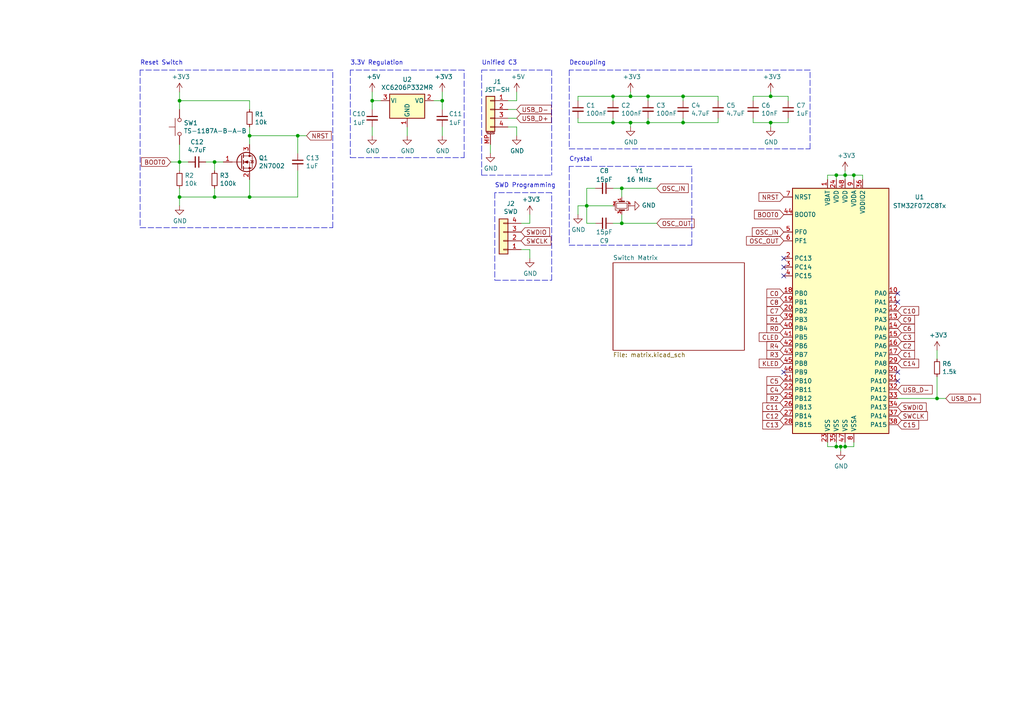
<source format=kicad_sch>
(kicad_sch (version 20211123) (generator eeschema)
  (paper "A4")
  (title_block (title "Akihabara 65") (date "2021-12-31") (rev "0.3") (company "Takahashi Kanako"))
  (lib_symbols
    (symbol "Connector_Generic:Conn_01x04" (pin_names (offset 1.016) hide)
      (property "Reference" "J" (at 0 5.08 0))
      (property "Value" "Conn_01x04" (at 0 -7.62 0))
      (symbol "Conn_01x04_1_1"
        (rectangle (start -1.27 -4.953) (end 0 -5.207) (stroke (width 0.1524)))
        (rectangle (start -1.27 -2.413) (end 0 -2.667) (stroke (width 0.1524)))
        (rectangle (start -1.27 0.127) (end 0 -0.127) (stroke (width 0.1524)))
        (rectangle (start -1.27 2.667) (end 0 2.413) (stroke (width 0.1524)))
        (rectangle (start -1.27 3.81) (end 1.27 -6.35) (stroke (width 0.254)) (fill (type background)))
        (pin passive line (at -5.08 2.54 0) (length 3.81) (name "Pin_1") (number "1"))
        (pin passive line (at -5.08 0 0) (length 3.81) (name "Pin_2") (number "2"))
        (pin passive line (at -5.08 -2.54 0) (length 3.81) (name "Pin_3") (number "3"))
        (pin passive line (at -5.08 -5.08 0) (length 3.81) (name "Pin_4") (number "4"))
      )
    )
    (symbol "Connector_Generic_MountingPin:Conn_01x04_MountingPin" (pin_names (offset 1.016) hide)
      (property "Reference" "J" (at 0 5.08 0))
      (property "Value" "Conn_01x04_MountingPin" (at 1.27 -7.62 0))
      (symbol "Conn_01x04_MountingPin_1_1"
        (rectangle (start -1.27 -4.953) (end 0 -5.207) (stroke (width 0.1524)))
        (rectangle (start -1.27 -2.413) (end 0 -2.667) (stroke (width 0.1524)))
        (rectangle (start -1.27 0.127) (end 0 -0.127) (stroke (width 0.1524)))
        (rectangle (start -1.27 2.667) (end 0 2.413) (stroke (width 0.1524)))
        (rectangle (start -1.27 3.81) (end 1.27 -6.35) (stroke (width 0.254)) (fill (type background)))
        (polyline (pts (xy -1.016 -7.112) (xy 1.016 -7.112)) (stroke (width 0.1524)))
        (text "Mounting" (at 0 -6.731 0) (effects (font (size 0.381 0.381))))
        (pin passive line (at -5.08 2.54 0) (length 3.81) (name "Pin_1") (number "1"))
        (pin passive line (at -5.08 0 0) (length 3.81) (name "Pin_2") (number "2"))
        (pin passive line (at -5.08 -2.54 0) (length 3.81) (name "Pin_3") (number "3"))
        (pin passive line (at -5.08 -5.08 0) (length 3.81) (name "Pin_4") (number "4"))
        (pin passive line (at 0 -10.16 90) (length 3.048) (name "MountPin") (number "MP"))
      )
    )
    (symbol "Device:C_Small" (pin_numbers hide) (pin_names (offset 0.254) hide)
      (property "Reference" "C" (at 0.254 1.778 0))
      (property "Value" "C_Small" (at 0.254 -2.032 0))
      (symbol "C_Small_0_1"
        (polyline (pts (xy -1.524 -0.508) (xy 1.524 -0.508)) (stroke (width 0.3302)))
        (polyline (pts (xy -1.524 0.508) (xy 1.524 0.508)) (stroke (width 0.3048)))
      )
      (symbol "C_Small_1_1"
        (pin passive line (at 0 2.54 270) (length 2.032) (name "~") (number "1"))
        (pin passive line (at 0 -2.54 90) (length 2.032) (name "~") (number "2"))
      )
    )
    (symbol "Device:Crystal_GND24_Small" (pin_names (offset 1.016) hide)
      (property "Reference" "Y" (at 1.27 4.445 0))
      (property "Value" "Crystal_GND24_Small" (at 1.27 2.54 0))
      (symbol "Crystal_GND24_Small_0_1"
        (rectangle (start -0.762 -1.524) (end 0.762 1.524))
        (polyline (pts (xy -1.27 -0.762) (xy -1.27 0.762)) (stroke (width 0.381)))
        (polyline (pts (xy 1.27 -0.762) (xy 1.27 0.762)) (stroke (width 0.381)))
        (polyline (pts (xy -1.27 -1.27) (xy -1.27 -1.905) (xy 1.27 -1.905) (xy 1.27 -1.27)))
        (polyline (pts (xy -1.27 1.27) (xy -1.27 1.905) (xy 1.27 1.905) (xy 1.27 1.27)))
      )
      (symbol "Crystal_GND24_Small_1_1"
        (pin passive line (at -2.54 0 0) (length 1.27) (name "1") (number "1"))
        (pin passive line (at 0 -2.54 90) (length 0.635) (name "2") (number "2"))
        (pin passive line (at 2.54 0 180) (length 1.27) (name "3") (number "3"))
        (pin passive line (at 0 2.54 270) (length 0.635) (name "4") (number "4"))
      )
    )
    (symbol "Device:Q_NMOS_GSD" (pin_names (offset 0) hide)
      (property "Reference" "Q" (at 5.08 1.27 0))
      (property "Value" "Q_NMOS_GSD" (at 5.08 -1.27 0))
      (symbol "Q_NMOS_GSD_0_1"
        (polyline (pts (xy 0.254 0) (xy -2.54 0)))
        (polyline (pts (xy 0.254 1.905) (xy 0.254 -1.905)) (stroke (width 0.254)))
        (polyline (pts (xy 0.762 -1.27) (xy 0.762 -2.286)) (stroke (width 0.254)))
        (polyline (pts (xy 0.762 0.508) (xy 0.762 -0.508)) (stroke (width 0.254)))
        (polyline (pts (xy 0.762 2.286) (xy 0.762 1.27)) (stroke (width 0.254)))
        (polyline (pts (xy 2.54 2.54) (xy 2.54 1.778)))
        (polyline (pts (xy 2.54 -2.54) (xy 2.54 0) (xy 0.762 0)))
        (polyline (pts (xy 0.762 -1.778) (xy 3.302 -1.778) (xy 3.302 1.778) (xy 0.762 1.778)))
        (polyline (pts (xy 1.016 0) (xy 2.032 0.381) (xy 2.032 -0.381) (xy 1.016 0)) (fill (type outline)))
        (polyline (pts (xy 2.794 0.508) (xy 2.921 0.381) (xy 3.683 0.381) (xy 3.81 0.254)))
        (polyline (pts (xy 3.302 0.381) (xy 2.921 -0.254) (xy 3.683 -0.254) (xy 3.302 0.381)))
        (circle (center 1.651 0) (radius 2.794) (stroke (width 0.254)))
        (circle (center 2.54 -1.778) (radius 0.254) (fill (type outline)))
        (circle (center 2.54 1.778) (radius 0.254) (fill (type outline)))
      )
      (symbol "Q_NMOS_GSD_1_1"
        (pin input line (at -5.08 0 0) (length 2.54) (name "G") (number "1"))
        (pin passive line (at 2.54 -5.08 90) (length 2.54) (name "S") (number "2"))
        (pin passive line (at 2.54 5.08 270) (length 2.54) (name "D") (number "3"))
      )
    )
    (symbol "Device:R_Small" (pin_numbers hide) (pin_names (offset 0.254) hide)
      (property "Reference" "R" (at 0.762 0.508 0))
      (property "Value" "R_Small" (at 0.762 -1.016 0))
      (symbol "R_Small_0_1"
        (rectangle (start -0.762 1.778) (end 0.762 -1.778) (stroke (width 0.2032)))
      )
      (symbol "R_Small_1_1"
        (pin passive line (at 0 2.54 270) (length 0.762) (name "~") (number "1"))
        (pin passive line (at 0 -2.54 90) (length 0.762) (name "~") (number "2"))
      )
    )
    (symbol "MCU_ST_STM32F0:STM32F072C8Tx"
      (property "Reference" "U" (at -15.24 36.83 0))
      (property "Value" "STM32F072C8Tx" (at 7.62 36.83 0))
      (symbol "STM32F072C8Tx_0_1"
        (rectangle (start -15.24 -35.56) (end 12.7 35.56) (stroke (width 0.254)) (fill (type background)))
      )
      (symbol "STM32F072C8Tx_1_1"
        (pin power_in line (at -5.08 38.1 270) (length 2.54) (name "VBAT") (number "1"))
        (pin bidirectional line (at 15.24 5.08 180) (length 2.54) (name "PA0") (number "10"))
        (pin bidirectional line (at 15.24 2.54 180) (length 2.54) (name "PA1") (number "11"))
        (pin bidirectional line (at 15.24 0 180) (length 2.54) (name "PA2") (number "12"))
        (pin bidirectional line (at 15.24 -2.54 180) (length 2.54) (name "PA3") (number "13"))
        (pin bidirectional line (at 15.24 -5.08 180) (length 2.54) (name "PA4") (number "14"))
        (pin bidirectional line (at 15.24 -7.62 180) (length 2.54) (name "PA5") (number "15"))
        (pin bidirectional line (at 15.24 -10.16 180) (length 2.54) (name "PA6") (number "16"))
        (pin bidirectional line (at 15.24 -12.7 180) (length 2.54) (name "PA7") (number "17"))
        (pin bidirectional line (at -17.78 5.08 0) (length 2.54) (name "PB0") (number "18"))
        (pin bidirectional line (at -17.78 2.54 0) (length 2.54) (name "PB1") (number "19"))
        (pin bidirectional line (at -17.78 15.24 0) (length 2.54) (name "PC13") (number "2"))
        (pin bidirectional line (at -17.78 0 0) (length 2.54) (name "PB2") (number "20"))
        (pin bidirectional line (at -17.78 -20.32 0) (length 2.54) (name "PB10") (number "21"))
        (pin bidirectional line (at -17.78 -22.86 0) (length 2.54) (name "PB11") (number "22"))
        (pin power_in line (at -5.08 -38.1 90) (length 2.54) (name "VSS") (number "23"))
        (pin power_in line (at -2.54 38.1 270) (length 2.54) (name "VDD") (number "24"))
        (pin bidirectional line (at -17.78 -25.4 0) (length 2.54) (name "PB12") (number "25"))
        (pin bidirectional line (at -17.78 -27.94 0) (length 2.54) (name "PB13") (number "26"))
        (pin bidirectional line (at -17.78 -30.48 0) (length 2.54) (name "PB14") (number "27"))
        (pin bidirectional line (at -17.78 -33.02 0) (length 2.54) (name "PB15") (number "28"))
        (pin bidirectional line (at 15.24 -15.24 180) (length 2.54) (name "PA8") (number "29"))
        (pin bidirectional line (at -17.78 12.7 0) (length 2.54) (name "PC14") (number "3"))
        (pin bidirectional line (at 15.24 -17.78 180) (length 2.54) (name "PA9") (number "30"))
        (pin bidirectional line (at 15.24 -20.32 180) (length 2.54) (name "PA10") (number "31"))
        (pin bidirectional line (at 15.24 -22.86 180) (length 2.54) (name "PA11") (number "32"))
        (pin bidirectional line (at 15.24 -25.4 180) (length 2.54) (name "PA12") (number "33"))
        (pin bidirectional line (at 15.24 -27.94 180) (length 2.54) (name "PA13") (number "34"))
        (pin power_in line (at -2.54 -38.1 90) (length 2.54) (name "VSS") (number "35"))
        (pin power_in line (at 5.08 38.1 270) (length 2.54) (name "VDDIO2") (number "36"))
        (pin bidirectional line (at 15.24 -30.48 180) (length 2.54) (name "PA14") (number "37"))
        (pin bidirectional line (at 15.24 -33.02 180) (length 2.54) (name "PA15") (number "38"))
        (pin bidirectional line (at -17.78 -2.54 0) (length 2.54) (name "PB3") (number "39"))
        (pin bidirectional line (at -17.78 10.16 0) (length 2.54) (name "PC15") (number "4"))
        (pin bidirectional line (at -17.78 -5.08 0) (length 2.54) (name "PB4") (number "40"))
        (pin bidirectional line (at -17.78 -7.62 0) (length 2.54) (name "PB5") (number "41"))
        (pin bidirectional line (at -17.78 -10.16 0) (length 2.54) (name "PB6") (number "42"))
        (pin bidirectional line (at -17.78 -12.7 0) (length 2.54) (name "PB7") (number "43"))
        (pin input line (at -17.78 27.94 0) (length 2.54) (name "BOOT0") (number "44"))
        (pin bidirectional line (at -17.78 -15.24 0) (length 2.54) (name "PB8") (number "45"))
        (pin bidirectional line (at -17.78 -17.78 0) (length 2.54) (name "PB9") (number "46"))
        (pin power_in line (at 0 -38.1 90) (length 2.54) (name "VSS") (number "47"))
        (pin power_in line (at 0 38.1 270) (length 2.54) (name "VDD") (number "48"))
        (pin input line (at -17.78 22.86 0) (length 2.54) (name "PF0") (number "5"))
        (pin input line (at -17.78 20.32 0) (length 2.54) (name "PF1") (number "6"))
        (pin input line (at -17.78 33.02 0) (length 2.54) (name "NRST") (number "7"))
        (pin power_in line (at 2.54 -38.1 90) (length 2.54) (name "VSSA") (number "8"))
        (pin power_in line (at 2.54 38.1 270) (length 2.54) (name "VDDA") (number "9"))
      )
    )
    (symbol "Regulator_Linear:XC6206PxxxMR" (pin_names (offset 0.254))
      (property "Reference" "U" (at -3.81 3.175 0))
      (property "Value" "XC6206PxxxMR" (at 0 3.175 0))
      (symbol "XC6206PxxxMR_0_1"
        (rectangle (start -5.08 1.905) (end 5.08 -5.08) (stroke (width 0.254)) (fill (type background)))
      )
      (symbol "XC6206PxxxMR_1_1"
        (pin power_in line (at 0 -7.62 90) (length 2.54) (name "GND") (number "1"))
        (pin power_out line (at 7.62 0 180) (length 2.54) (name "VO") (number "2"))
        (pin power_in line (at -7.62 0 0) (length 2.54) (name "VI") (number "3"))
      )
    )
    (symbol "Switch:SW_Push" (pin_numbers hide) (pin_names (offset 1.016) hide)
      (property "Reference" "SW" (at 1.27 2.54 0))
      (property "Value" "SW_Push" (at 0 -1.524 0))
      (symbol "SW_Push_0_1"
        (circle (center -2.032 0) (radius 0.508))
        (polyline (pts (xy 0 1.27) (xy 0 3.048)))
        (polyline (pts (xy 2.54 1.27) (xy -2.54 1.27)))
        (circle (center 2.032 0) (radius 0.508))
        (pin passive line (at -5.08 0 0) (length 2.54) (name "1") (number "1"))
        (pin passive line (at 5.08 0 180) (length 2.54) (name "2") (number "2"))
      )
    )
    (symbol "power:+3V3" (power) (pin_names (offset 0))
      (property "Value" "+3V3" (at 0 3.556 0))
      (symbol "+3V3_0_1"
        (polyline (pts (xy -0.762 1.27) (xy 0 2.54)))
        (polyline (pts (xy 0 0) (xy 0 2.54)))
        (polyline (pts (xy 0 2.54) (xy 0.762 1.27)))
      )
      (symbol "+3V3_1_1"
        (pin power_in line (at 0 0 90) (length 0) hide (name "+3V3") (number "1"))
      )
    )
    (symbol "power:+5V" (power) (pin_names (offset 0))
      (property "Value" "+5V" (at 0 3.556 0))
      (symbol "+5V_0_1"
        (polyline (pts (xy -0.762 1.27) (xy 0 2.54)))
        (polyline (pts (xy 0 0) (xy 0 2.54)))
        (polyline (pts (xy 0 2.54) (xy 0.762 1.27)))
      )
      (symbol "+5V_1_1"
        (pin power_in line (at 0 0 90) (length 0) hide (name "+5V") (number "1"))
      )
    )
    (symbol "power:GND" (power) (pin_names (offset 0))
      (property "Value" "GND" (at 0 -3.81 0))
      (symbol "GND_0_1"
        (polyline (pts (xy 0 0) (xy 0 -1.27) (xy 1.27 -1.27) (xy 0 -2.54) (xy -1.27 -1.27) (xy 0 -1.27)))
      )
      (symbol "GND_1_1"
        (pin power_in line (at 0 0 270) (length 0) hide (name "GND") (number "1"))
      )
    )
  )
  (junction (at 245.11 50.8))
  (junction (at 52.07 29.21))
  (junction (at 198.12 35.56))
  (junction (at 243.84 129.54))
  (junction (at 245.11 129.54))
  (junction (at 128.27 29.21))
  (junction (at 223.52 35.56))
  (junction (at 182.88 35.56))
  (junction (at 62.23 57.15))
  (junction (at 242.57 50.8))
  (junction (at 187.96 27.94))
  (junction (at 180.34 64.77))
  (junction (at 52.07 57.15))
  (junction (at 72.39 57.15))
  (junction (at 107.95 29.21))
  (junction (at 72.39 39.37))
  (junction (at 177.8 35.56))
  (junction (at 187.96 35.56))
  (junction (at 62.23 46.99))
  (junction (at 52.07 46.99))
  (junction (at 247.65 50.8))
  (junction (at 182.88 27.94))
  (junction (at 198.12 27.94))
  (junction (at 170.18 59.69))
  (junction (at 223.52 27.94))
  (junction (at 177.8 27.94))
  (junction (at 86.36 39.37))
  (junction (at 271.78 115.57))
  (junction (at 242.57 129.54))
  (junction (at 180.34 54.61))
  (no_connect (at 260.35 85.09))
  (no_connect (at 227.33 107.95))
  (no_connect (at 260.35 87.63))
  (no_connect (at 227.33 74.93))
  (no_connect (at 260.35 110.49))
  (no_connect (at 227.33 80.01))
  (no_connect (at 260.35 107.95))
  (no_connect (at 227.33 77.47))
  (wire (pts (xy 167.64 59.69) (xy 167.64 62.23)))
  (wire (pts (xy 62.23 57.15) (xy 62.23 54.61)))
  (wire (pts (xy 245.11 50.8) (xy 245.11 52.07)))
  (wire (pts (xy 167.64 29.21) (xy 167.64 27.94)))
  (wire (pts (xy 177.8 64.77) (xy 180.34 64.77)))
  (wire (pts (xy 62.23 46.99) (xy 62.23 49.53)))
  (wire (pts (xy 223.52 27.94) (xy 223.52 26.67)))
  (wire (pts (xy 271.78 109.22) (xy 271.78 115.57)))
  (wire (pts (xy 218.44 27.94) (xy 223.52 27.94)))
  (wire (pts (xy 182.88 27.94) (xy 187.96 27.94)))
  (polyline (pts (xy 134.62 20.32) (xy 101.6 20.32)))
  (wire (pts (xy 223.52 35.56) (xy 228.6 35.56)))
  (wire (pts (xy 271.78 104.14) (xy 271.78 101.6)))
  (wire (pts (xy 128.27 29.21) (xy 128.27 31.75)))
  (wire (pts (xy 243.84 129.54) (xy 245.11 129.54)))
  (wire (pts (xy 218.44 29.21) (xy 218.44 27.94)))
  (wire (pts (xy 128.27 39.37) (xy 128.27 36.83)))
  (wire (pts (xy 182.88 36.83) (xy 182.88 35.56)))
  (wire (pts (xy 86.36 39.37) (xy 86.36 44.45)))
  (wire (pts (xy 177.8 34.29) (xy 177.8 35.56)))
  (polyline (pts (xy 134.62 45.72) (xy 134.62 20.32)))
  (wire (pts (xy 107.95 31.75) (xy 107.95 29.21)))
  (wire (pts (xy 240.03 128.27) (xy 240.03 129.54)))
  (wire (pts (xy 52.07 49.53) (xy 52.07 46.99)))
  (wire (pts (xy 151.13 64.77) (xy 153.67 64.77)))
  (polyline (pts (xy 165.1 43.18) (xy 234.95 43.18)))
  (wire (pts (xy 52.07 41.91) (xy 52.07 46.99)))
  (wire (pts (xy 59.69 46.99) (xy 62.23 46.99)))
  (wire (pts (xy 180.34 57.15) (xy 180.34 54.61)))
  (wire (pts (xy 208.28 35.56) (xy 208.28 34.29)))
  (wire (pts (xy 260.35 115.57) (xy 271.78 115.57)))
  (polyline (pts (xy 96.52 20.32) (xy 40.64 20.32)))
  (wire (pts (xy 49.53 46.99) (xy 52.07 46.99)))
  (wire (pts (xy 240.03 52.07) (xy 240.03 50.8)))
  (wire (pts (xy 149.86 29.21) (xy 149.86 26.67)))
  (polyline (pts (xy 143.51 81.28) (xy 160.02 81.28)))
  (polyline (pts (xy 160.02 81.28) (xy 160.02 55.88)))
  (wire (pts (xy 147.32 29.21) (xy 149.86 29.21)))
  (polyline (pts (xy 139.7 20.32) (xy 160.02 20.32)))
  (wire (pts (xy 52.07 31.75) (xy 52.07 29.21)))
  (wire (pts (xy 245.11 49.53) (xy 245.11 50.8)))
  (wire (pts (xy 198.12 35.56) (xy 208.28 35.56)))
  (wire (pts (xy 72.39 29.21) (xy 72.39 31.75)))
  (wire (pts (xy 72.39 36.83) (xy 72.39 39.37)))
  (wire (pts (xy 198.12 35.56) (xy 198.12 34.29)))
  (wire (pts (xy 72.39 57.15) (xy 86.36 57.15)))
  (polyline (pts (xy 40.64 20.32) (xy 40.64 66.04)))
  (polyline (pts (xy 101.6 20.32) (xy 101.6 45.72)))
  (polyline (pts (xy 165.1 71.12) (xy 200.66 71.12)))
  (wire (pts (xy 187.96 35.56) (xy 198.12 35.56)))
  (wire (pts (xy 187.96 27.94) (xy 187.96 29.21)))
  (wire (pts (xy 170.18 64.77) (xy 172.72 64.77)))
  (wire (pts (xy 240.03 50.8) (xy 242.57 50.8)))
  (wire (pts (xy 177.8 59.69) (xy 170.18 59.69)))
  (wire (pts (xy 177.8 54.61) (xy 180.34 54.61)))
  (wire (pts (xy 167.64 34.29) (xy 167.64 35.56)))
  (wire (pts (xy 52.07 57.15) (xy 62.23 57.15)))
  (polyline (pts (xy 165.1 20.32) (xy 165.1 43.18)))
  (wire (pts (xy 107.95 39.37) (xy 107.95 36.83)))
  (wire (pts (xy 107.95 29.21) (xy 110.49 29.21)))
  (wire (pts (xy 62.23 57.15) (xy 72.39 57.15)))
  (wire (pts (xy 167.64 35.56) (xy 177.8 35.56)))
  (wire (pts (xy 250.19 50.8) (xy 250.19 52.07)))
  (wire (pts (xy 228.6 35.56) (xy 228.6 34.29)))
  (wire (pts (xy 223.52 27.94) (xy 228.6 27.94)))
  (polyline (pts (xy 160.02 55.88) (xy 143.51 55.88)))
  (wire (pts (xy 180.34 54.61) (xy 190.5 54.61)))
  (wire (pts (xy 72.39 39.37) (xy 86.36 39.37)))
  (wire (pts (xy 180.34 62.23) (xy 180.34 64.77)))
  (polyline (pts (xy 101.6 45.72) (xy 134.62 45.72)))
  (wire (pts (xy 243.84 130.81) (xy 243.84 129.54)))
  (wire (pts (xy 153.67 72.39) (xy 153.67 74.93)))
  (polyline (pts (xy 160.02 20.32) (xy 160.02 50.8)))
  (wire (pts (xy 170.18 59.69) (xy 170.18 64.77)))
  (wire (pts (xy 149.86 36.83) (xy 149.86 39.37)))
  (wire (pts (xy 247.65 50.8) (xy 247.65 52.07)))
  (wire (pts (xy 177.8 27.94) (xy 177.8 29.21)))
  (wire (pts (xy 271.78 115.57) (xy 274.32 115.57)))
  (wire (pts (xy 147.32 31.75) (xy 149.86 31.75)))
  (wire (pts (xy 228.6 27.94) (xy 228.6 29.21)))
  (wire (pts (xy 172.72 54.61) (xy 170.18 54.61)))
  (polyline (pts (xy 234.95 20.32) (xy 165.1 20.32)))
  (polyline (pts (xy 139.7 50.8) (xy 160.02 50.8)))
  (wire (pts (xy 198.12 27.94) (xy 198.12 29.21)))
  (wire (pts (xy 177.8 35.56) (xy 182.88 35.56)))
  (wire (pts (xy 147.32 36.83) (xy 149.86 36.83)))
  (polyline (pts (xy 165.1 48.26) (xy 165.1 71.12)))
  (wire (pts (xy 147.32 34.29) (xy 149.86 34.29)))
  (wire (pts (xy 118.11 39.37) (xy 118.11 36.83)))
  (wire (pts (xy 245.11 50.8) (xy 247.65 50.8)))
  (wire (pts (xy 182.88 35.56) (xy 187.96 35.56)))
  (wire (pts (xy 177.8 27.94) (xy 182.88 27.94)))
  (polyline (pts (xy 200.66 48.26) (xy 165.1 48.26)))
  (wire (pts (xy 223.52 36.83) (xy 223.52 35.56)))
  (wire (pts (xy 52.07 26.67) (xy 52.07 29.21)))
  (wire (pts (xy 247.65 129.54) (xy 247.65 128.27)))
  (wire (pts (xy 86.36 57.15) (xy 86.36 49.53)))
  (wire (pts (xy 245.11 129.54) (xy 247.65 129.54)))
  (wire (pts (xy 245.11 129.54) (xy 245.11 128.27)))
  (wire (pts (xy 62.23 46.99) (xy 64.77 46.99)))
  (polyline (pts (xy 234.95 43.18) (xy 234.95 20.32)))
  (wire (pts (xy 242.57 50.8) (xy 242.57 52.07)))
  (wire (pts (xy 52.07 46.99) (xy 54.61 46.99)))
  (polyline (pts (xy 96.52 66.04) (xy 96.52 20.32)))
  (wire (pts (xy 242.57 129.54) (xy 242.57 128.27)))
  (wire (pts (xy 240.03 129.54) (xy 242.57 129.54)))
  (wire (pts (xy 247.65 50.8) (xy 250.19 50.8)))
  (wire (pts (xy 88.9 39.37) (xy 86.36 39.37)))
  (wire (pts (xy 242.57 129.54) (xy 243.84 129.54)))
  (wire (pts (xy 153.67 64.77) (xy 153.67 62.23)))
  (wire (pts (xy 151.13 72.39) (xy 153.67 72.39)))
  (polyline (pts (xy 200.66 71.12) (xy 200.66 48.26)))
  (wire (pts (xy 198.12 27.94) (xy 208.28 27.94)))
  (wire (pts (xy 167.64 27.94) (xy 177.8 27.94)))
  (polyline (pts (xy 40.64 66.04) (xy 96.52 66.04)))
  (wire (pts (xy 242.57 50.8) (xy 245.11 50.8)))
  (polyline (pts (xy 143.51 55.88) (xy 143.51 81.28)))
  (wire (pts (xy 218.44 34.29) (xy 218.44 35.56)))
  (wire (pts (xy 107.95 26.67) (xy 107.95 29.21)))
  (wire (pts (xy 218.44 35.56) (xy 223.52 35.56)))
  (wire (pts (xy 52.07 29.21) (xy 72.39 29.21)))
  (wire (pts (xy 187.96 34.29) (xy 187.96 35.56)))
  (wire (pts (xy 180.34 64.77) (xy 190.5 64.77)))
  (wire (pts (xy 182.88 27.94) (xy 182.88 26.67)))
  (wire (pts (xy 125.73 29.21) (xy 128.27 29.21)))
  (wire (pts (xy 170.18 54.61) (xy 170.18 59.69)))
  (wire (pts (xy 72.39 57.15) (xy 72.39 52.07)))
  (wire (pts (xy 52.07 54.61) (xy 52.07 57.15)))
  (wire (pts (xy 142.24 41.91) (xy 142.24 44.45)))
  (wire (pts (xy 52.07 57.15) (xy 52.07 59.69)))
  (wire (pts (xy 128.27 29.21) (xy 128.27 26.67)))
  (wire (pts (xy 187.96 27.94) (xy 198.12 27.94)))
  (wire (pts (xy 208.28 27.94) (xy 208.28 29.21)))
  (wire (pts (xy 72.39 39.37) (xy 72.39 41.91)))
  (wire (pts (xy 170.18 59.69) (xy 167.64 59.69)))
  (polyline (pts (xy 139.7 50.8) (xy 139.7 20.32)))
  (text "Reset Switch" (at 40.64 19.05 0) (effects (font (size 1.27 1.27)) (justify left bottom)))
  (text "3.3V Regulation" (at 101.6 19.05 0) (effects (font (size 1.27 1.27)) (justify left bottom)))
  (text "SWD Programming" (at 143.51 54.61 0) (effects (font (size 1.27 1.27)) (justify left bottom)))
  (text "Decoupling" (at 165.1 19.05 0) (effects (font (size 1.27 1.27)) (justify left bottom)))
  (text "Crystal" (at 165.1 46.99 0) (effects (font (size 1.27 1.27)) (justify left bottom)))
  (text "Unified C3" (at 139.7 19.05 0) (effects (font (size 1.27 1.27)) (justify left bottom)))
  (global_label "C1" (shape input) (at 260.35 102.87 0) (property "Intersheet References" "${INTERSHEET_REFS}" (effects hide)))
  (global_label "C13" (shape input) (at 227.33 123.19 180) (property "Intersheet References" "${INTERSHEET_REFS}" (effects hide)))
  (global_label "C10" (shape input) (at 260.35 90.17 0) (property "Intersheet References" "${INTERSHEET_REFS}" (effects hide)))
  (global_label "BOOT0" (shape input) (at 227.33 62.23 180) (property "Intersheet References" "${INTERSHEET_REFS}" (effects hide)))
  (global_label "SWCLK" (shape input) (at 260.35 120.65 0) (property "Intersheet References" "${INTERSHEET_REFS}" (effects hide)))
  (global_label "OSC_IN" (shape input) (at 190.5 54.61 0) (property "Intersheet References" "${INTERSHEET_REFS}" (effects hide)))
  (global_label "SWDIO" (shape input) (at 260.35 118.11 0) (property "Intersheet References" "${INTERSHEET_REFS}" (effects hide)))
  (global_label "KLED" (shape input) (at 227.33 105.41 180) (property "Intersheet References" "${INTERSHEET_REFS}" (effects hide)))
  (global_label "R0" (shape input) (at 227.33 95.25 180) (property "Intersheet References" "${INTERSHEET_REFS}" (effects hide)))
  (global_label "C11" (shape input) (at 227.33 118.11 180) (property "Intersheet References" "${INTERSHEET_REFS}" (effects hide)))
  (global_label "C6" (shape input) (at 260.35 95.25 0) (property "Intersheet References" "${INTERSHEET_REFS}" (effects hide)))
  (global_label "OSC_OUT" (shape input) (at 227.33 69.85 180) (property "Intersheet References" "${INTERSHEET_REFS}" (effects hide)))
  (global_label "USB_D-" (shape input) (at 260.35 113.03 0) (property "Intersheet References" "${INTERSHEET_REFS}" (effects hide)))
  (global_label "R2" (shape input) (at 227.33 115.57 180) (property "Intersheet References" "${INTERSHEET_REFS}" (effects hide)))
  (global_label "C8" (shape input) (at 227.33 87.63 180) (property "Intersheet References" "${INTERSHEET_REFS}" (effects hide)))
  (global_label "C2" (shape input) (at 260.35 100.33 0) (property "Intersheet References" "${INTERSHEET_REFS}" (effects hide)))
  (global_label "SWDIO" (shape input) (at 151.13 67.31 0) (property "Intersheet References" "${INTERSHEET_REFS}" (effects hide)))
  (global_label "C14" (shape input) (at 260.35 105.41 0) (property "Intersheet References" "${INTERSHEET_REFS}" (effects hide)))
  (global_label "C9" (shape input) (at 260.35 92.71 0) (property "Intersheet References" "${INTERSHEET_REFS}" (effects hide)))
  (global_label "NRST" (shape input) (at 227.33 57.15 180) (property "Intersheet References" "${INTERSHEET_REFS}" (effects hide)))
  (global_label "C12" (shape input) (at 227.33 120.65 180) (property "Intersheet References" "${INTERSHEET_REFS}" (effects hide)))
  (global_label "C5" (shape input) (at 227.33 110.49 180) (property "Intersheet References" "${INTERSHEET_REFS}" (effects hide)))
  (global_label "SWCLK" (shape input) (at 151.13 69.85 0) (property "Intersheet References" "${INTERSHEET_REFS}" (effects hide)))
  (global_label "OSC_IN" (shape input) (at 227.33 67.31 180) (property "Intersheet References" "${INTERSHEET_REFS}" (effects hide)))
  (global_label "OSC_OUT" (shape input) (at 190.5 64.77 0) (property "Intersheet References" "${INTERSHEET_REFS}" (effects hide)))
  (global_label "USB_D-" (shape input) (at 149.86 31.75 0) (property "Intersheet References" "${INTERSHEET_REFS}" (effects hide)))
  (global_label "C7" (shape input) (at 227.33 90.17 180) (property "Intersheet References" "${INTERSHEET_REFS}" (effects hide)))
  (global_label "CLED" (shape input) (at 227.33 97.79 180) (property "Intersheet References" "${INTERSHEET_REFS}" (effects hide)))
  (global_label "C0" (shape input) (at 227.33 85.09 180) (property "Intersheet References" "${INTERSHEET_REFS}" (effects hide)))
  (global_label "C3" (shape input) (at 260.35 97.79 0) (property "Intersheet References" "${INTERSHEET_REFS}" (effects hide)))
  (global_label "R1" (shape input) (at 227.33 92.71 180) (property "Intersheet References" "${INTERSHEET_REFS}" (effects hide)))
  (global_label "USB_D+" (shape input) (at 149.86 34.29 0) (property "Intersheet References" "${INTERSHEET_REFS}" (effects hide)))
  (global_label "R3" (shape input) (at 227.33 102.87 180) (property "Intersheet References" "${INTERSHEET_REFS}" (effects hide)))
  (global_label "USB_D+" (shape input) (at 274.32 115.57 0) (property "Intersheet References" "${INTERSHEET_REFS}" (effects hide)))
  (global_label "C4" (shape input) (at 227.33 113.03 180) (property "Intersheet References" "${INTERSHEET_REFS}" (effects hide)))
  (global_label "BOOT0" (shape input) (at 49.53 46.99 180) (property "Intersheet References" "${INTERSHEET_REFS}" (effects hide)))
  (global_label "NRST" (shape input) (at 88.9 39.37 0) (property "Intersheet References" "${INTERSHEET_REFS}" (effects hide)))
  (global_label "R4" (shape input) (at 227.33 100.33 180) (property "Intersheet References" "${INTERSHEET_REFS}" (effects hide)))
  (global_label "C15" (shape input) (at 260.35 123.19 0) (property "Intersheet References" "${INTERSHEET_REFS}" (effects hide)))
  (symbol (lib_id "power:+3V3") (at 245.11 49.53 0) (unit 1)
    (property "Reference" "#PWR05" (effects hide))
    (property "Value" "+3V3" (at 245.491 45.1358 0))
  )
  (symbol (lib_id "power:GND") (at 243.84 130.81 0) (unit 1)
    (property "Reference" "#PWR08" (effects hide))
    (property "Value" "GND" (at 243.967 135.2042 0))
  )
  (symbol (lib_id "Device:C_Small") (at 177.8 31.75 0) (unit 1)
    (property "Reference" "C2" (at 180.1368 30.5816 0) (effects (justify left)))
    (property "Value" "100nF" (at 180.1368 32.893 0) (effects (justify left)))
    (property "Footprint" "Capacitor_SMD:C_0805_2012Metric" (effects hide))
    (property "LCSC" "C28233" (effects hide))
  )
  (symbol (lib_id "Device:C_Small") (at 167.64 31.75 0) (unit 1)
    (property "Reference" "C1" (at 169.9768 30.5816 0) (effects (justify left)))
    (property "Value" "100nF" (at 169.9768 32.893 0) (effects (justify left)))
    (property "Footprint" "Capacitor_SMD:C_0805_2012Metric" (effects hide))
    (property "LCSC" "C28233" (effects hide))
  )
  (symbol (lib_id "Device:C_Small") (at 198.12 31.75 0) (unit 1)
    (property "Reference" "C4" (at 200.4568 30.5816 0) (effects (justify left)))
    (property "Value" "4.7uF" (at 200.4568 32.893 0) (effects (justify left)))
    (property "Footprint" "Capacitor_SMD:C_0805_2012Metric" (effects hide))
    (property "LCSC" "C1779" (effects hide))
  )
  (symbol (lib_id "Device:C_Small") (at 187.96 31.75 0) (unit 1)
    (property "Reference" "C3" (at 190.2968 30.5816 0) (effects (justify left)))
    (property "Value" "100nF" (at 190.2968 32.893 0) (effects (justify left)))
    (property "Footprint" "Capacitor_SMD:C_0805_2012Metric" (effects hide))
    (property "LCSC" "C28233" (effects hide))
  )
  (symbol (lib_id "Device:C_Small") (at 218.44 31.75 0) (unit 1)
    (property "Reference" "C6" (at 220.7768 30.5816 0) (effects (justify left)))
    (property "Value" "10nF" (at 220.7768 32.893 0) (effects (justify left)))
    (property "Footprint" "Capacitor_SMD:C_0805_2012Metric" (effects hide))
    (property "LCSC" "C1710" (effects hide))
  )
  (symbol (lib_id "Device:C_Small") (at 228.6 31.75 0) (unit 1)
    (property "Reference" "C7" (at 230.9368 30.5816 0) (effects (justify left)))
    (property "Value" "1uF" (at 230.9368 32.893 0) (effects (justify left)))
    (property "Footprint" "Capacitor_SMD:C_0805_2012Metric" (effects hide))
    (property "LCSC" "0805" (effects hide))
  )
  (symbol (lib_id "power:+3V3") (at 223.52 26.67 0) (unit 1)
    (property "Reference" "#PWR02" (effects hide))
    (property "Value" "+3V3" (at 223.901 22.2758 0))
  )
  (symbol (lib_id "power:+3V3") (at 182.88 26.67 0) (unit 1)
    (property "Reference" "#PWR01" (effects hide))
    (property "Value" "+3V3" (at 183.261 22.2758 0))
  )
  (symbol (lib_id "power:GND") (at 182.88 36.83 0) (unit 1)
    (property "Reference" "#PWR03" (effects hide))
    (property "Value" "GND" (at 183.007 41.2242 0))
  )
  (symbol (lib_id "power:GND") (at 223.52 36.83 0) (unit 1)
    (property "Reference" "#PWR04" (effects hide))
    (property "Value" "GND" (at 223.647 41.2242 0))
  )
  (symbol (lib_id "Connector_Generic:Conn_01x04") (at 146.05 69.85 180) (unit 1)
    (property "Reference" "J2" (at 148.1328 59.055 0))
    (property "Value" "SWD" (at 148.1328 61.3664 0))
    (property "Footprint" "Connector_PinHeader_1.27mm:PinHeader_1x04_P1.27mm_Horizontal" (effects hide))
  )
  (symbol (lib_id "MCU_ST_STM32F0:STM32F072C8Tx") (at 245.11 90.17 0) (unit 1)
    (property "Reference" "U1" (at 266.7 57.15 0))
    (property "Value" "STM32F072C8Tx" (at 266.7 59.69 0))
    (property "Footprint" "Package_QFP:LQFP-48_7x7mm_P0.5mm" (effects hide))
    (property "Datasheet" "http://www.st.com/st-web-ui/static/active/en/resource/technical/document/datasheet/DM00090510.pdf" (effects hide))
    (property "LCSC" "C80488" (effects hide))
  )
  (symbol (lib_id "Device:Crystal_GND24_Small") (at 180.34 59.69 270) (unit 1) (in_bom no)
    (property "Reference" "Y1" (at 185.42 49.53 90))
    (property "Value" "16 MHz" (at 185.42 52.07 90))
    (property "Footprint" "Crystal:Crystal_SMD_3225-4Pin_3.2x2.5mm" (effects hide))
    (property "LCSC" "C13738" (effects hide))
  )
  (symbol (lib_id "Device:C_Small") (at 175.26 54.61 270) (unit 1) (in_bom no)
    (property "Reference" "C8" (at 175.26 49.53 90))
    (property "Value" "15pF" (at 175.26 52.07 90))
    (property "Footprint" "Capacitor_SMD:C_0805_2012Metric" (effects hide))
    (property "LCSC" "C1794" (effects hide))
  )
  (symbol (lib_id "Device:C_Small") (at 175.26 64.77 270) (unit 1) (in_bom no)
    (property "Reference" "C9" (at 175.26 69.85 90))
    (property "Value" "15pF" (at 175.26 67.31 90))
    (property "Footprint" "Capacitor_SMD:C_0805_2012Metric" (effects hide))
    (property "LCSC" "C1794" (effects hide))
  )
  (symbol (lib_id "power:GND") (at 153.67 74.93 0) (unit 1)
    (property "Reference" "#PWR0104" (effects hide))
    (property "Value" "GND" (at 153.797 79.3242 0))
  )
  (symbol (lib_id "power:+3V3") (at 153.67 62.23 0) (unit 1)
    (property "Reference" "#PWR0105" (effects hide))
    (property "Value" "+3V3" (at 154.051 57.8358 0))
  )
  (symbol (lib_id "Device:C_Small") (at 208.28 31.75 0) (unit 1)
    (property "Reference" "C5" (at 210.6168 30.5816 0) (effects (justify left)))
    (property "Value" "4.7uF" (at 210.6168 32.893 0) (effects (justify left)))
    (property "Footprint" "Capacitor_SMD:C_0805_2012Metric" (effects hide))
    (property "LCSC" "C1779" (effects hide))
  )
  (symbol (lib_id "power:GND") (at 167.64 62.23 0) (unit 1)
    (property "Reference" "#PWR07" (effects hide))
    (property "Value" "GND" (at 167.767 66.6242 0))
  )
  (symbol (lib_id "power:GND") (at 182.88 59.69 90) (unit 1)
    (property "Reference" "#PWR06" (effects hide))
    (property "Value" "GND" (at 186.1312 59.563 90) (effects (justify right)))
  )
  (symbol (lib_id "Device:R_Small") (at 271.78 106.68 0) (unit 1) (in_bom no)
    (property "Reference" "R6" (at 273.2786 105.5116 0) (effects (justify left)))
    (property "Value" "1.5k" (at 273.2786 107.823 0) (effects (justify left)))
    (property "Footprint" "Resistor_SMD:R_0805_2012Metric" (effects hide))
    (property "LCSC" "C4310" (effects hide))
  )
  (symbol (lib_id "power:+3V3") (at 271.78 101.6 0) (unit 1)
    (property "Reference" "#PWR018" (effects hide))
    (property "Value" "+3V3" (at 272.161 97.2058 0))
  )
  (symbol (lib_id "Connector_Generic_MountingPin:Conn_01x04_MountingPin") (at 142.24 31.75 0) (mirror y) (unit 1)
    (property "Reference" "J1" (at 144.2212 23.6982 0))
    (property "Value" "JST-SH" (at 144.2212 26.0096 0))
    (property "Footprint" "Akihabara_Footprints:JST_SH_SM04B-SRSS-TB_1x04-1MP_P1.00mm_Horizontal" (effects hide))
  )
  (symbol (lib_id "power:+5V") (at 149.86 26.67 0) (unit 1)
    (property "Reference" "#PWR011" (effects hide))
    (property "Value" "+5V" (at 150.241 22.2758 0))
  )
  (symbol (lib_id "power:GND") (at 149.86 39.37 0) (unit 1)
    (property "Reference" "#PWR014" (effects hide))
    (property "Value" "GND" (at 149.987 43.7642 0))
  )
  (symbol (lib_id "power:GND") (at 142.24 44.45 0) (unit 1)
    (property "Reference" "#PWR015" (effects hide))
    (property "Value" "GND" (at 142.367 48.8442 0))
  )
  (symbol (lib_id "power:GND") (at 118.11 39.37 0) (unit 1)
    (property "Reference" "#PWR012" (effects hide))
    (property "Value" "GND" (at 118.237 43.7642 0))
  )
  (symbol (lib_id "power:GND") (at 128.27 39.37 0) (unit 1)
    (property "Reference" "#PWR013" (effects hide))
    (property "Value" "GND" (at 128.397 43.7642 0))
  )
  (symbol (lib_id "power:+5V") (at 107.95 26.67 0) (unit 1)
    (property "Reference" "#PWR09" (effects hide))
    (property "Value" "+5V" (at 108.331 22.2758 0))
  )
  (symbol (lib_id "power:+3V3") (at 128.27 26.67 0) (unit 1)
    (property "Reference" "#PWR010" (effects hide))
    (property "Value" "+3V3" (at 128.651 22.2758 0))
  )
  (symbol (lib_id "Device:Q_NMOS_GSD") (at 69.85 46.99 0) (unit 1)
    (property "Reference" "Q1" (at 75.0316 45.8216 0) (effects (justify left)))
    (property "Value" "2N7002" (at 75.0316 48.133 0) (effects (justify left)))
    (property "Footprint" "Package_TO_SOT_SMD:SOT-23" (effects hide))
    (property "LCSC" "C8545" (effects hide))
  )
  (symbol (lib_id "Device:R_Small") (at 52.07 52.07 0) (unit 1)
    (property "Reference" "R2" (at 53.5686 50.9016 0) (effects (justify left)))
    (property "Value" "10k" (at 53.5686 53.213 0) (effects (justify left)))
    (property "Footprint" "Resistor_SMD:R_0805_2012Metric" (effects hide))
    (property "LCSC" "C17414" (effects hide))
  )
  (symbol (lib_id "Device:R_Small") (at 62.23 52.07 0) (unit 1)
    (property "Reference" "R3" (at 63.7286 50.9016 0) (effects (justify left)))
    (property "Value" "100k" (at 63.7286 53.213 0) (effects (justify left)))
    (property "Footprint" "Resistor_SMD:R_0805_2012Metric" (effects hide))
    (property "LCSC" "C17407" (effects hide))
  )
  (symbol (lib_id "Device:R_Small") (at 72.39 34.29 0) (unit 1)
    (property "Reference" "R1" (at 73.8886 33.1216 0) (effects (justify left)))
    (property "Value" "10k" (at 73.8886 35.433 0) (effects (justify left)))
    (property "Footprint" "Resistor_SMD:R_0805_2012Metric" (effects hide))
    (property "LCSC" "C17414" (effects hide))
  )
  (symbol (lib_id "Device:C_Small") (at 57.15 46.99 270) (unit 1)
    (property "Reference" "C12" (at 57.15 41.1734 90))
    (property "Value" "4.7uF" (at 57.15 43.4848 90))
    (property "Footprint" "Capacitor_SMD:C_0805_2012Metric" (effects hide))
    (property "LCSC" "C1779" (effects hide))
  )
  (symbol (lib_id "Device:C_Small") (at 86.36 46.99 0) (unit 1)
    (property "Reference" "C13" (at 88.6968 45.8216 0) (effects (justify left)))
    (property "Value" "1uF" (at 88.6968 48.133 0) (effects (justify left)))
    (property "Footprint" "Capacitor_SMD:C_0805_2012Metric" (effects hide))
    (property "LCSC" "0805" (effects hide))
  )
  (symbol (lib_id "Switch:SW_Push") (at 52.07 36.83 90) (unit 1)
    (property "Reference" "SW1" (at 53.2892 35.6616 90) (effects (justify right)))
    (property "Value" "TS-1187A-B-A-B" (at 53.2892 37.973 90) (effects (justify right)))
    (property "Footprint" "Button_Switch_SMD:SW_SPST_TL3342" (effects hide))
    (property "LCSC" "C318884" (effects hide))
  )
  (symbol (lib_id "power:GND") (at 52.07 59.69 0) (unit 1)
    (property "Reference" "#PWR017" (effects hide))
    (property "Value" "GND" (at 52.197 64.0842 0))
  )
  (symbol (lib_id "power:+3V3") (at 52.07 26.67 0) (unit 1)
    (property "Reference" "#PWR016" (effects hide))
    (property "Value" "+3V3" (at 52.451 22.2758 0))
  )
  (symbol (lib_id "Regulator_Linear:XC6206PxxxMR") (at 118.11 29.21 0) (unit 1)
    (property "Reference" "U2" (at 118.11 23.0632 0))
    (property "Value" "XC6206P332MR" (at 118.11 25.3746 0))
    (property "Footprint" "Package_TO_SOT_SMD:SOT-23" (effects hide))
    (property "Datasheet" "https://www.torexsemi.com/file/xc6206/XC6206.pdf" (effects hide))
    (property "LCSC" "C5446" (effects hide))
  )
  (symbol (lib_id "Device:C_Small") (at 107.95 34.29 0) (unit 1)
    (property "Reference" "C10" (at 106.045 33.02 0) (effects (justify right)))
    (property "Value" "1uF" (at 106.045 35.56 0) (effects (justify right)))
    (property "Footprint" "Capacitor_SMD:C_0805_2012Metric" (effects hide))
    (property "LCSC" "0805" (effects hide))
  )
  (symbol (lib_id "Device:C_Small") (at 128.27 34.29 0) (unit 1)
    (property "Reference" "C11" (at 130.175 33.02 0) (effects (justify left)))
    (property "Value" "1uF" (at 130.175 35.56 0) (effects (justify left)))
    (property "Footprint" "Capacitor_SMD:C_0805_2012Metric" (effects hide))
    (property "LCSC" "0805" (effects hide))
  )
  (symbol (lib_id "power:GND") (at 107.95 39.37 0) (unit 1)
    (property "Reference" "#PWR0103" (effects hide))
    (property "Value" "GND" (at 108.077 43.7642 0))
  )
  (sheet (at 177.8 76.2) (size 38.1 25.4)
    (property "Sheet name" "Switch Matrix" (at 177.8 75.4884 0) (effects (justify left bottom)))
    (property "Sheet file" "matrix.kicad_sch" (at 177.8 102.1846 0) (effects (justify left top)))
  )
)
</source>
